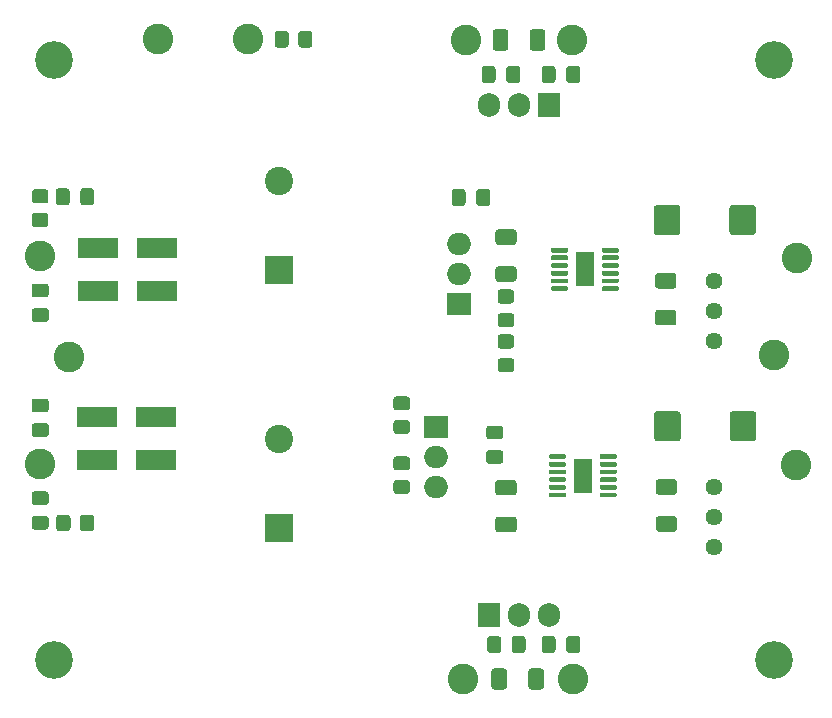
<source format=gbr>
G04 #@! TF.GenerationSoftware,KiCad,Pcbnew,(5.1.10-0-10_14)*
G04 #@! TF.CreationDate,2021-09-13T19:20:13+02:00*
G04 #@! TF.ProjectId,lv-lownoise-psu,6c762d6c-6f77-46e6-9f69-73652d707375,rev?*
G04 #@! TF.SameCoordinates,Original*
G04 #@! TF.FileFunction,Soldermask,Top*
G04 #@! TF.FilePolarity,Negative*
%FSLAX46Y46*%
G04 Gerber Fmt 4.6, Leading zero omitted, Abs format (unit mm)*
G04 Created by KiCad (PCBNEW (5.1.10-0-10_14)) date 2021-09-13 19:20:13*
%MOMM*%
%LPD*%
G01*
G04 APERTURE LIST*
%ADD10O,2.000000X1.905000*%
%ADD11R,2.000000X1.905000*%
%ADD12O,1.905000X2.000000*%
%ADD13R,1.905000X2.000000*%
%ADD14R,3.500000X1.800000*%
%ADD15R,1.650000X2.850000*%
%ADD16C,2.400000*%
%ADD17R,2.400000X2.400000*%
%ADD18C,2.600000*%
%ADD19C,1.440000*%
%ADD20C,3.200000*%
G04 APERTURE END LIST*
G36*
G01*
X114103999Y-68615000D02*
X115004001Y-68615000D01*
G75*
G02*
X115254000Y-68864999I0J-249999D01*
G01*
X115254000Y-69565001D01*
G75*
G02*
X115004001Y-69815000I-249999J0D01*
G01*
X114103999Y-69815000D01*
G75*
G02*
X113854000Y-69565001I0J249999D01*
G01*
X113854000Y-68864999D01*
G75*
G02*
X114103999Y-68615000I249999J0D01*
G01*
G37*
G36*
G01*
X114103999Y-66615000D02*
X115004001Y-66615000D01*
G75*
G02*
X115254000Y-66864999I0J-249999D01*
G01*
X115254000Y-67565001D01*
G75*
G02*
X115004001Y-67815000I-249999J0D01*
G01*
X114103999Y-67815000D01*
G75*
G02*
X113854000Y-67565001I0J249999D01*
G01*
X113854000Y-66864999D01*
G75*
G02*
X114103999Y-66615000I249999J0D01*
G01*
G37*
G36*
G01*
X114103999Y-63535000D02*
X115004001Y-63535000D01*
G75*
G02*
X115254000Y-63784999I0J-249999D01*
G01*
X115254000Y-64485001D01*
G75*
G02*
X115004001Y-64735000I-249999J0D01*
G01*
X114103999Y-64735000D01*
G75*
G02*
X113854000Y-64485001I0J249999D01*
G01*
X113854000Y-63784999D01*
G75*
G02*
X114103999Y-63535000I249999J0D01*
G01*
G37*
G36*
G01*
X114103999Y-61535000D02*
X115004001Y-61535000D01*
G75*
G02*
X115254000Y-61784999I0J-249999D01*
G01*
X115254000Y-62485001D01*
G75*
G02*
X115004001Y-62735000I-249999J0D01*
G01*
X114103999Y-62735000D01*
G75*
G02*
X113854000Y-62485001I0J249999D01*
G01*
X113854000Y-61784999D01*
G75*
G02*
X114103999Y-61535000I249999J0D01*
G01*
G37*
D10*
X117475000Y-69215000D03*
X117475000Y-66675000D03*
D11*
X117475000Y-64135000D03*
D10*
X119380000Y-48641000D03*
X119380000Y-51181000D03*
D11*
X119380000Y-53721000D03*
G36*
G01*
X122930499Y-58296000D02*
X123830501Y-58296000D01*
G75*
G02*
X124080500Y-58545999I0J-249999D01*
G01*
X124080500Y-59246001D01*
G75*
G02*
X123830501Y-59496000I-249999J0D01*
G01*
X122930499Y-59496000D01*
G75*
G02*
X122680500Y-59246001I0J249999D01*
G01*
X122680500Y-58545999D01*
G75*
G02*
X122930499Y-58296000I249999J0D01*
G01*
G37*
G36*
G01*
X122930499Y-56296000D02*
X123830501Y-56296000D01*
G75*
G02*
X124080500Y-56545999I0J-249999D01*
G01*
X124080500Y-57246001D01*
G75*
G02*
X123830501Y-57496000I-249999J0D01*
G01*
X122930499Y-57496000D01*
G75*
G02*
X122680500Y-57246001I0J249999D01*
G01*
X122680500Y-56545999D01*
G75*
G02*
X122930499Y-56296000I249999J0D01*
G01*
G37*
G36*
G01*
X122930499Y-54486000D02*
X123830501Y-54486000D01*
G75*
G02*
X124080500Y-54735999I0J-249999D01*
G01*
X124080500Y-55436001D01*
G75*
G02*
X123830501Y-55686000I-249999J0D01*
G01*
X122930499Y-55686000D01*
G75*
G02*
X122680500Y-55436001I0J249999D01*
G01*
X122680500Y-54735999D01*
G75*
G02*
X122930499Y-54486000I249999J0D01*
G01*
G37*
G36*
G01*
X122930499Y-52486000D02*
X123830501Y-52486000D01*
G75*
G02*
X124080500Y-52735999I0J-249999D01*
G01*
X124080500Y-53436001D01*
G75*
G02*
X123830501Y-53686000I-249999J0D01*
G01*
X122930499Y-53686000D01*
G75*
G02*
X122680500Y-53436001I0J249999D01*
G01*
X122680500Y-52735999D01*
G75*
G02*
X122930499Y-52486000I249999J0D01*
G01*
G37*
G36*
G01*
X123471500Y-84820998D02*
X123471500Y-86121002D01*
G75*
G02*
X123221502Y-86371000I-249998J0D01*
G01*
X122396498Y-86371000D01*
G75*
G02*
X122146500Y-86121002I0J249998D01*
G01*
X122146500Y-84820998D01*
G75*
G02*
X122396498Y-84571000I249998J0D01*
G01*
X123221502Y-84571000D01*
G75*
G02*
X123471500Y-84820998I0J-249998D01*
G01*
G37*
G36*
G01*
X126596500Y-84820998D02*
X126596500Y-86121002D01*
G75*
G02*
X126346502Y-86371000I-249998J0D01*
G01*
X125521498Y-86371000D01*
G75*
G02*
X125271500Y-86121002I0J249998D01*
G01*
X125271500Y-84820998D01*
G75*
G02*
X125521498Y-84571000I249998J0D01*
G01*
X126346502Y-84571000D01*
G75*
G02*
X126596500Y-84820998I0J-249998D01*
G01*
G37*
G36*
G01*
X125385000Y-32019002D02*
X125385000Y-30718998D01*
G75*
G02*
X125634998Y-30469000I249998J0D01*
G01*
X126460002Y-30469000D01*
G75*
G02*
X126710000Y-30718998I0J-249998D01*
G01*
X126710000Y-32019002D01*
G75*
G02*
X126460002Y-32269000I-249998J0D01*
G01*
X125634998Y-32269000D01*
G75*
G02*
X125385000Y-32019002I0J249998D01*
G01*
G37*
G36*
G01*
X122260000Y-32019002D02*
X122260000Y-30718998D01*
G75*
G02*
X122509998Y-30469000I249998J0D01*
G01*
X123335002Y-30469000D01*
G75*
G02*
X123585000Y-30718998I0J-249998D01*
G01*
X123585000Y-32019002D01*
G75*
G02*
X123335002Y-32269000I-249998J0D01*
G01*
X122509998Y-32269000D01*
G75*
G02*
X122260000Y-32019002I0J249998D01*
G01*
G37*
G36*
G01*
X123407500Y-34765000D02*
X123407500Y-33815000D01*
G75*
G02*
X123657500Y-33565000I250000J0D01*
G01*
X124332500Y-33565000D01*
G75*
G02*
X124582500Y-33815000I0J-250000D01*
G01*
X124582500Y-34765000D01*
G75*
G02*
X124332500Y-35015000I-250000J0D01*
G01*
X123657500Y-35015000D01*
G75*
G02*
X123407500Y-34765000I0J250000D01*
G01*
G37*
G36*
G01*
X121332500Y-34765000D02*
X121332500Y-33815000D01*
G75*
G02*
X121582500Y-33565000I250000J0D01*
G01*
X122257500Y-33565000D01*
G75*
G02*
X122507500Y-33815000I0J-250000D01*
G01*
X122507500Y-34765000D01*
G75*
G02*
X122257500Y-35015000I-250000J0D01*
G01*
X121582500Y-35015000D01*
G75*
G02*
X121332500Y-34765000I0J250000D01*
G01*
G37*
G36*
G01*
X83496999Y-46009000D02*
X84397001Y-46009000D01*
G75*
G02*
X84647000Y-46258999I0J-249999D01*
G01*
X84647000Y-46959001D01*
G75*
G02*
X84397001Y-47209000I-249999J0D01*
G01*
X83496999Y-47209000D01*
G75*
G02*
X83247000Y-46959001I0J249999D01*
G01*
X83247000Y-46258999D01*
G75*
G02*
X83496999Y-46009000I249999J0D01*
G01*
G37*
G36*
G01*
X83496999Y-44009000D02*
X84397001Y-44009000D01*
G75*
G02*
X84647000Y-44258999I0J-249999D01*
G01*
X84647000Y-44959001D01*
G75*
G02*
X84397001Y-45209000I-249999J0D01*
G01*
X83496999Y-45209000D01*
G75*
G02*
X83247000Y-44959001I0J249999D01*
G01*
X83247000Y-44258999D01*
G75*
G02*
X83496999Y-44009000I249999J0D01*
G01*
G37*
G36*
G01*
X87315500Y-72713001D02*
X87315500Y-71812999D01*
G75*
G02*
X87565499Y-71563000I249999J0D01*
G01*
X88265501Y-71563000D01*
G75*
G02*
X88515500Y-71812999I0J-249999D01*
G01*
X88515500Y-72713001D01*
G75*
G02*
X88265501Y-72963000I-249999J0D01*
G01*
X87565499Y-72963000D01*
G75*
G02*
X87315500Y-72713001I0J249999D01*
G01*
G37*
G36*
G01*
X85315500Y-72713001D02*
X85315500Y-71812999D01*
G75*
G02*
X85565499Y-71563000I249999J0D01*
G01*
X86265501Y-71563000D01*
G75*
G02*
X86515500Y-71812999I0J-249999D01*
G01*
X86515500Y-72713001D01*
G75*
G02*
X86265501Y-72963000I-249999J0D01*
G01*
X85565499Y-72963000D01*
G75*
G02*
X85315500Y-72713001I0J249999D01*
G01*
G37*
G36*
G01*
X137619502Y-69877500D02*
X136319498Y-69877500D01*
G75*
G02*
X136069500Y-69627502I0J249998D01*
G01*
X136069500Y-68802498D01*
G75*
G02*
X136319498Y-68552500I249998J0D01*
G01*
X137619502Y-68552500D01*
G75*
G02*
X137869500Y-68802498I0J-249998D01*
G01*
X137869500Y-69627502D01*
G75*
G02*
X137619502Y-69877500I-249998J0D01*
G01*
G37*
G36*
G01*
X137619502Y-73002500D02*
X136319498Y-73002500D01*
G75*
G02*
X136069500Y-72752502I0J249998D01*
G01*
X136069500Y-71927498D01*
G75*
G02*
X136319498Y-71677500I249998J0D01*
G01*
X137619502Y-71677500D01*
G75*
G02*
X137869500Y-71927498I0J-249998D01*
G01*
X137869500Y-72752502D01*
G75*
G02*
X137619502Y-73002500I-249998J0D01*
G01*
G37*
G36*
G01*
X136255998Y-54215000D02*
X137556002Y-54215000D01*
G75*
G02*
X137806000Y-54464998I0J-249998D01*
G01*
X137806000Y-55290002D01*
G75*
G02*
X137556002Y-55540000I-249998J0D01*
G01*
X136255998Y-55540000D01*
G75*
G02*
X136006000Y-55290002I0J249998D01*
G01*
X136006000Y-54464998D01*
G75*
G02*
X136255998Y-54215000I249998J0D01*
G01*
G37*
G36*
G01*
X136255998Y-51090000D02*
X137556002Y-51090000D01*
G75*
G02*
X137806000Y-51339998I0J-249998D01*
G01*
X137806000Y-52165002D01*
G75*
G02*
X137556002Y-52415000I-249998J0D01*
G01*
X136255998Y-52415000D01*
G75*
G02*
X136006000Y-52165002I0J249998D01*
G01*
X136006000Y-51339998D01*
G75*
G02*
X136255998Y-51090000I249998J0D01*
G01*
G37*
G36*
G01*
X124030502Y-69927500D02*
X122730498Y-69927500D01*
G75*
G02*
X122480500Y-69677502I0J249998D01*
G01*
X122480500Y-68852498D01*
G75*
G02*
X122730498Y-68602500I249998J0D01*
G01*
X124030502Y-68602500D01*
G75*
G02*
X124280500Y-68852498I0J-249998D01*
G01*
X124280500Y-69677502D01*
G75*
G02*
X124030502Y-69927500I-249998J0D01*
G01*
G37*
G36*
G01*
X124030502Y-73052500D02*
X122730498Y-73052500D01*
G75*
G02*
X122480500Y-72802502I0J249998D01*
G01*
X122480500Y-71977498D01*
G75*
G02*
X122730498Y-71727500I249998J0D01*
G01*
X124030502Y-71727500D01*
G75*
G02*
X124280500Y-71977498I0J-249998D01*
G01*
X124280500Y-72802502D01*
G75*
G02*
X124030502Y-73052500I-249998J0D01*
G01*
G37*
G36*
G01*
X124030502Y-48718500D02*
X122730498Y-48718500D01*
G75*
G02*
X122480500Y-48468502I0J249998D01*
G01*
X122480500Y-47643498D01*
G75*
G02*
X122730498Y-47393500I249998J0D01*
G01*
X124030502Y-47393500D01*
G75*
G02*
X124280500Y-47643498I0J-249998D01*
G01*
X124280500Y-48468502D01*
G75*
G02*
X124030502Y-48718500I-249998J0D01*
G01*
G37*
G36*
G01*
X124030502Y-51843500D02*
X122730498Y-51843500D01*
G75*
G02*
X122480500Y-51593502I0J249998D01*
G01*
X122480500Y-50768498D01*
G75*
G02*
X122730498Y-50518500I249998J0D01*
G01*
X124030502Y-50518500D01*
G75*
G02*
X124280500Y-50768498I0J-249998D01*
G01*
X124280500Y-51593502D01*
G75*
G02*
X124030502Y-51843500I-249998J0D01*
G01*
G37*
G36*
G01*
X121953000Y-66087500D02*
X122903000Y-66087500D01*
G75*
G02*
X123153000Y-66337500I0J-250000D01*
G01*
X123153000Y-67012500D01*
G75*
G02*
X122903000Y-67262500I-250000J0D01*
G01*
X121953000Y-67262500D01*
G75*
G02*
X121703000Y-67012500I0J250000D01*
G01*
X121703000Y-66337500D01*
G75*
G02*
X121953000Y-66087500I250000J0D01*
G01*
G37*
G36*
G01*
X121953000Y-64012500D02*
X122903000Y-64012500D01*
G75*
G02*
X123153000Y-64262500I0J-250000D01*
G01*
X123153000Y-64937500D01*
G75*
G02*
X122903000Y-65187500I-250000J0D01*
G01*
X121953000Y-65187500D01*
G75*
G02*
X121703000Y-64937500I0J250000D01*
G01*
X121703000Y-64262500D01*
G75*
G02*
X121953000Y-64012500I250000J0D01*
G01*
G37*
G36*
G01*
X120867500Y-45179000D02*
X120867500Y-44229000D01*
G75*
G02*
X121117500Y-43979000I250000J0D01*
G01*
X121792500Y-43979000D01*
G75*
G02*
X122042500Y-44229000I0J-250000D01*
G01*
X122042500Y-45179000D01*
G75*
G02*
X121792500Y-45429000I-250000J0D01*
G01*
X121117500Y-45429000D01*
G75*
G02*
X120867500Y-45179000I0J250000D01*
G01*
G37*
G36*
G01*
X118792500Y-45179000D02*
X118792500Y-44229000D01*
G75*
G02*
X119042500Y-43979000I250000J0D01*
G01*
X119717500Y-43979000D01*
G75*
G02*
X119967500Y-44229000I0J-250000D01*
G01*
X119967500Y-45179000D01*
G75*
G02*
X119717500Y-45429000I-250000J0D01*
G01*
X119042500Y-45429000D01*
G75*
G02*
X118792500Y-45179000I0J250000D01*
G01*
G37*
G36*
G01*
X86439500Y-44165500D02*
X86439500Y-45115500D01*
G75*
G02*
X86189500Y-45365500I-250000J0D01*
G01*
X85514500Y-45365500D01*
G75*
G02*
X85264500Y-45115500I0J250000D01*
G01*
X85264500Y-44165500D01*
G75*
G02*
X85514500Y-43915500I250000J0D01*
G01*
X86189500Y-43915500D01*
G75*
G02*
X86439500Y-44165500I0J-250000D01*
G01*
G37*
G36*
G01*
X88514500Y-44165500D02*
X88514500Y-45115500D01*
G75*
G02*
X88264500Y-45365500I-250000J0D01*
G01*
X87589500Y-45365500D01*
G75*
G02*
X87339500Y-45115500I0J250000D01*
G01*
X87339500Y-44165500D01*
G75*
G02*
X87589500Y-43915500I250000J0D01*
G01*
X88264500Y-43915500D01*
G75*
G02*
X88514500Y-44165500I0J-250000D01*
G01*
G37*
G36*
G01*
X83472000Y-71655000D02*
X84422000Y-71655000D01*
G75*
G02*
X84672000Y-71905000I0J-250000D01*
G01*
X84672000Y-72580000D01*
G75*
G02*
X84422000Y-72830000I-250000J0D01*
G01*
X83472000Y-72830000D01*
G75*
G02*
X83222000Y-72580000I0J250000D01*
G01*
X83222000Y-71905000D01*
G75*
G02*
X83472000Y-71655000I250000J0D01*
G01*
G37*
G36*
G01*
X83472000Y-69580000D02*
X84422000Y-69580000D01*
G75*
G02*
X84672000Y-69830000I0J-250000D01*
G01*
X84672000Y-70505000D01*
G75*
G02*
X84422000Y-70755000I-250000J0D01*
G01*
X83472000Y-70755000D01*
G75*
G02*
X83222000Y-70505000I0J250000D01*
G01*
X83222000Y-69830000D01*
G75*
G02*
X83472000Y-69580000I250000J0D01*
G01*
G37*
G36*
G01*
X84422000Y-53165500D02*
X83472000Y-53165500D01*
G75*
G02*
X83222000Y-52915500I0J250000D01*
G01*
X83222000Y-52240500D01*
G75*
G02*
X83472000Y-51990500I250000J0D01*
G01*
X84422000Y-51990500D01*
G75*
G02*
X84672000Y-52240500I0J-250000D01*
G01*
X84672000Y-52915500D01*
G75*
G02*
X84422000Y-53165500I-250000J0D01*
G01*
G37*
G36*
G01*
X84422000Y-55240500D02*
X83472000Y-55240500D01*
G75*
G02*
X83222000Y-54990500I0J250000D01*
G01*
X83222000Y-54315500D01*
G75*
G02*
X83472000Y-54065500I250000J0D01*
G01*
X84422000Y-54065500D01*
G75*
G02*
X84672000Y-54315500I0J-250000D01*
G01*
X84672000Y-54990500D01*
G75*
G02*
X84422000Y-55240500I-250000J0D01*
G01*
G37*
G36*
G01*
X84422000Y-62901500D02*
X83472000Y-62901500D01*
G75*
G02*
X83222000Y-62651500I0J250000D01*
G01*
X83222000Y-61976500D01*
G75*
G02*
X83472000Y-61726500I250000J0D01*
G01*
X84422000Y-61726500D01*
G75*
G02*
X84672000Y-61976500I0J-250000D01*
G01*
X84672000Y-62651500D01*
G75*
G02*
X84422000Y-62901500I-250000J0D01*
G01*
G37*
G36*
G01*
X84422000Y-64976500D02*
X83472000Y-64976500D01*
G75*
G02*
X83222000Y-64726500I0J250000D01*
G01*
X83222000Y-64051500D01*
G75*
G02*
X83472000Y-63801500I250000J0D01*
G01*
X84422000Y-63801500D01*
G75*
G02*
X84672000Y-64051500I0J-250000D01*
G01*
X84672000Y-64726500D01*
G75*
G02*
X84422000Y-64976500I-250000J0D01*
G01*
G37*
G36*
G01*
X138171500Y-63046499D02*
X138171500Y-65096501D01*
G75*
G02*
X137921501Y-65346500I-249999J0D01*
G01*
X136171499Y-65346500D01*
G75*
G02*
X135921500Y-65096501I0J249999D01*
G01*
X135921500Y-63046499D01*
G75*
G02*
X136171499Y-62796500I249999J0D01*
G01*
X137921501Y-62796500D01*
G75*
G02*
X138171500Y-63046499I0J-249999D01*
G01*
G37*
G36*
G01*
X144571500Y-63046499D02*
X144571500Y-65096501D01*
G75*
G02*
X144321501Y-65346500I-249999J0D01*
G01*
X142571499Y-65346500D01*
G75*
G02*
X142321500Y-65096501I0J249999D01*
G01*
X142321500Y-63046499D01*
G75*
G02*
X142571499Y-62796500I249999J0D01*
G01*
X144321501Y-62796500D01*
G75*
G02*
X144571500Y-63046499I0J-249999D01*
G01*
G37*
G36*
G01*
X142308000Y-47634001D02*
X142308000Y-45583999D01*
G75*
G02*
X142557999Y-45334000I249999J0D01*
G01*
X144308001Y-45334000D01*
G75*
G02*
X144558000Y-45583999I0J-249999D01*
G01*
X144558000Y-47634001D01*
G75*
G02*
X144308001Y-47884000I-249999J0D01*
G01*
X142557999Y-47884000D01*
G75*
G02*
X142308000Y-47634001I0J249999D01*
G01*
G37*
G36*
G01*
X135908000Y-47634001D02*
X135908000Y-45583999D01*
G75*
G02*
X136157999Y-45334000I249999J0D01*
G01*
X137908001Y-45334000D01*
G75*
G02*
X138158000Y-45583999I0J-249999D01*
G01*
X138158000Y-47634001D01*
G75*
G02*
X137908001Y-47884000I-249999J0D01*
G01*
X136157999Y-47884000D01*
G75*
G02*
X135908000Y-47634001I0J249999D01*
G01*
G37*
D12*
X127000000Y-80010000D03*
X124460000Y-80010000D03*
D13*
X121920000Y-80010000D03*
D12*
X121920000Y-36830000D03*
X124460000Y-36830000D03*
D13*
X127000000Y-36830000D03*
D14*
X88827600Y-52578000D03*
X93827600Y-52578000D03*
X88827600Y-48971200D03*
X93827600Y-48971200D03*
X93726000Y-63296800D03*
X88726000Y-63296800D03*
X93726000Y-66954400D03*
X88726000Y-66954400D03*
D15*
X129886600Y-68261900D03*
G36*
G01*
X131311600Y-66736900D02*
X131311600Y-66536900D01*
G75*
G02*
X131411600Y-66436900I100000J0D01*
G01*
X132661600Y-66436900D01*
G75*
G02*
X132761600Y-66536900I0J-100000D01*
G01*
X132761600Y-66736900D01*
G75*
G02*
X132661600Y-66836900I-100000J0D01*
G01*
X131411600Y-66836900D01*
G75*
G02*
X131311600Y-66736900I0J100000D01*
G01*
G37*
G36*
G01*
X131311600Y-67386900D02*
X131311600Y-67186900D01*
G75*
G02*
X131411600Y-67086900I100000J0D01*
G01*
X132661600Y-67086900D01*
G75*
G02*
X132761600Y-67186900I0J-100000D01*
G01*
X132761600Y-67386900D01*
G75*
G02*
X132661600Y-67486900I-100000J0D01*
G01*
X131411600Y-67486900D01*
G75*
G02*
X131311600Y-67386900I0J100000D01*
G01*
G37*
G36*
G01*
X131311600Y-68036900D02*
X131311600Y-67836900D01*
G75*
G02*
X131411600Y-67736900I100000J0D01*
G01*
X132661600Y-67736900D01*
G75*
G02*
X132761600Y-67836900I0J-100000D01*
G01*
X132761600Y-68036900D01*
G75*
G02*
X132661600Y-68136900I-100000J0D01*
G01*
X131411600Y-68136900D01*
G75*
G02*
X131311600Y-68036900I0J100000D01*
G01*
G37*
G36*
G01*
X131311600Y-68686900D02*
X131311600Y-68486900D01*
G75*
G02*
X131411600Y-68386900I100000J0D01*
G01*
X132661600Y-68386900D01*
G75*
G02*
X132761600Y-68486900I0J-100000D01*
G01*
X132761600Y-68686900D01*
G75*
G02*
X132661600Y-68786900I-100000J0D01*
G01*
X131411600Y-68786900D01*
G75*
G02*
X131311600Y-68686900I0J100000D01*
G01*
G37*
G36*
G01*
X131311600Y-69336900D02*
X131311600Y-69136900D01*
G75*
G02*
X131411600Y-69036900I100000J0D01*
G01*
X132661600Y-69036900D01*
G75*
G02*
X132761600Y-69136900I0J-100000D01*
G01*
X132761600Y-69336900D01*
G75*
G02*
X132661600Y-69436900I-100000J0D01*
G01*
X131411600Y-69436900D01*
G75*
G02*
X131311600Y-69336900I0J100000D01*
G01*
G37*
G36*
G01*
X131311600Y-69986900D02*
X131311600Y-69786900D01*
G75*
G02*
X131411600Y-69686900I100000J0D01*
G01*
X132661600Y-69686900D01*
G75*
G02*
X132761600Y-69786900I0J-100000D01*
G01*
X132761600Y-69986900D01*
G75*
G02*
X132661600Y-70086900I-100000J0D01*
G01*
X131411600Y-70086900D01*
G75*
G02*
X131311600Y-69986900I0J100000D01*
G01*
G37*
G36*
G01*
X127011600Y-69986900D02*
X127011600Y-69786900D01*
G75*
G02*
X127111600Y-69686900I100000J0D01*
G01*
X128361600Y-69686900D01*
G75*
G02*
X128461600Y-69786900I0J-100000D01*
G01*
X128461600Y-69986900D01*
G75*
G02*
X128361600Y-70086900I-100000J0D01*
G01*
X127111600Y-70086900D01*
G75*
G02*
X127011600Y-69986900I0J100000D01*
G01*
G37*
G36*
G01*
X127011600Y-69336900D02*
X127011600Y-69136900D01*
G75*
G02*
X127111600Y-69036900I100000J0D01*
G01*
X128361600Y-69036900D01*
G75*
G02*
X128461600Y-69136900I0J-100000D01*
G01*
X128461600Y-69336900D01*
G75*
G02*
X128361600Y-69436900I-100000J0D01*
G01*
X127111600Y-69436900D01*
G75*
G02*
X127011600Y-69336900I0J100000D01*
G01*
G37*
G36*
G01*
X127011600Y-68686900D02*
X127011600Y-68486900D01*
G75*
G02*
X127111600Y-68386900I100000J0D01*
G01*
X128361600Y-68386900D01*
G75*
G02*
X128461600Y-68486900I0J-100000D01*
G01*
X128461600Y-68686900D01*
G75*
G02*
X128361600Y-68786900I-100000J0D01*
G01*
X127111600Y-68786900D01*
G75*
G02*
X127011600Y-68686900I0J100000D01*
G01*
G37*
G36*
G01*
X127011600Y-68036900D02*
X127011600Y-67836900D01*
G75*
G02*
X127111600Y-67736900I100000J0D01*
G01*
X128361600Y-67736900D01*
G75*
G02*
X128461600Y-67836900I0J-100000D01*
G01*
X128461600Y-68036900D01*
G75*
G02*
X128361600Y-68136900I-100000J0D01*
G01*
X127111600Y-68136900D01*
G75*
G02*
X127011600Y-68036900I0J100000D01*
G01*
G37*
G36*
G01*
X127011600Y-67386900D02*
X127011600Y-67186900D01*
G75*
G02*
X127111600Y-67086900I100000J0D01*
G01*
X128361600Y-67086900D01*
G75*
G02*
X128461600Y-67186900I0J-100000D01*
G01*
X128461600Y-67386900D01*
G75*
G02*
X128361600Y-67486900I-100000J0D01*
G01*
X127111600Y-67486900D01*
G75*
G02*
X127011600Y-67386900I0J100000D01*
G01*
G37*
G36*
G01*
X127011600Y-66736900D02*
X127011600Y-66536900D01*
G75*
G02*
X127111600Y-66436900I100000J0D01*
G01*
X128361600Y-66436900D01*
G75*
G02*
X128461600Y-66536900I0J-100000D01*
G01*
X128461600Y-66736900D01*
G75*
G02*
X128361600Y-66836900I-100000J0D01*
G01*
X127111600Y-66836900D01*
G75*
G02*
X127011600Y-66736900I0J100000D01*
G01*
G37*
D16*
X104140000Y-65151000D03*
D17*
X104140000Y-72651000D03*
D16*
X104140000Y-43300000D03*
D17*
X104140000Y-50800000D03*
G36*
G01*
X105794000Y-31755501D02*
X105794000Y-30855499D01*
G75*
G02*
X106043999Y-30605500I249999J0D01*
G01*
X106744001Y-30605500D01*
G75*
G02*
X106994000Y-30855499I0J-249999D01*
G01*
X106994000Y-31755501D01*
G75*
G02*
X106744001Y-32005500I-249999J0D01*
G01*
X106043999Y-32005500D01*
G75*
G02*
X105794000Y-31755501I0J249999D01*
G01*
G37*
G36*
G01*
X103794000Y-31755501D02*
X103794000Y-30855499D01*
G75*
G02*
X104043999Y-30605500I249999J0D01*
G01*
X104744001Y-30605500D01*
G75*
G02*
X104994000Y-30855499I0J-249999D01*
G01*
X104994000Y-31755501D01*
G75*
G02*
X104744001Y-32005500I-249999J0D01*
G01*
X104043999Y-32005500D01*
G75*
G02*
X103794000Y-31755501I0J249999D01*
G01*
G37*
D18*
X119761000Y-85471000D03*
X129032000Y-85471000D03*
X128968500Y-31369000D03*
X120015000Y-31369000D03*
X93916500Y-31305500D03*
X101536500Y-31305500D03*
G36*
G01*
X127587500Y-82075000D02*
X127587500Y-83025000D01*
G75*
G02*
X127337500Y-83275000I-250000J0D01*
G01*
X126662500Y-83275000D01*
G75*
G02*
X126412500Y-83025000I0J250000D01*
G01*
X126412500Y-82075000D01*
G75*
G02*
X126662500Y-81825000I250000J0D01*
G01*
X127337500Y-81825000D01*
G75*
G02*
X127587500Y-82075000I0J-250000D01*
G01*
G37*
G36*
G01*
X129662500Y-82075000D02*
X129662500Y-83025000D01*
G75*
G02*
X129412500Y-83275000I-250000J0D01*
G01*
X128737500Y-83275000D01*
G75*
G02*
X128487500Y-83025000I0J250000D01*
G01*
X128487500Y-82075000D01*
G75*
G02*
X128737500Y-81825000I250000J0D01*
G01*
X129412500Y-81825000D01*
G75*
G02*
X129662500Y-82075000I0J-250000D01*
G01*
G37*
G36*
G01*
X123872500Y-83025000D02*
X123872500Y-82075000D01*
G75*
G02*
X124122500Y-81825000I250000J0D01*
G01*
X124797500Y-81825000D01*
G75*
G02*
X125047500Y-82075000I0J-250000D01*
G01*
X125047500Y-83025000D01*
G75*
G02*
X124797500Y-83275000I-250000J0D01*
G01*
X124122500Y-83275000D01*
G75*
G02*
X123872500Y-83025000I0J250000D01*
G01*
G37*
G36*
G01*
X121797500Y-83025000D02*
X121797500Y-82075000D01*
G75*
G02*
X122047500Y-81825000I250000J0D01*
G01*
X122722500Y-81825000D01*
G75*
G02*
X122972500Y-82075000I0J-250000D01*
G01*
X122972500Y-83025000D01*
G75*
G02*
X122722500Y-83275000I-250000J0D01*
G01*
X122047500Y-83275000D01*
G75*
G02*
X121797500Y-83025000I0J250000D01*
G01*
G37*
G36*
G01*
X128487500Y-34765000D02*
X128487500Y-33815000D01*
G75*
G02*
X128737500Y-33565000I250000J0D01*
G01*
X129412500Y-33565000D01*
G75*
G02*
X129662500Y-33815000I0J-250000D01*
G01*
X129662500Y-34765000D01*
G75*
G02*
X129412500Y-35015000I-250000J0D01*
G01*
X128737500Y-35015000D01*
G75*
G02*
X128487500Y-34765000I0J250000D01*
G01*
G37*
G36*
G01*
X126412500Y-34765000D02*
X126412500Y-33815000D01*
G75*
G02*
X126662500Y-33565000I250000J0D01*
G01*
X127337500Y-33565000D01*
G75*
G02*
X127587500Y-33815000I0J-250000D01*
G01*
X127587500Y-34765000D01*
G75*
G02*
X127337500Y-35015000I-250000J0D01*
G01*
X126662500Y-35015000D01*
G75*
G02*
X126412500Y-34765000I0J250000D01*
G01*
G37*
D19*
X140970000Y-74295000D03*
X140970000Y-71755000D03*
X140970000Y-69215000D03*
D15*
X130064400Y-50787900D03*
G36*
G01*
X131489400Y-49262900D02*
X131489400Y-49062900D01*
G75*
G02*
X131589400Y-48962900I100000J0D01*
G01*
X132839400Y-48962900D01*
G75*
G02*
X132939400Y-49062900I0J-100000D01*
G01*
X132939400Y-49262900D01*
G75*
G02*
X132839400Y-49362900I-100000J0D01*
G01*
X131589400Y-49362900D01*
G75*
G02*
X131489400Y-49262900I0J100000D01*
G01*
G37*
G36*
G01*
X131489400Y-49912900D02*
X131489400Y-49712900D01*
G75*
G02*
X131589400Y-49612900I100000J0D01*
G01*
X132839400Y-49612900D01*
G75*
G02*
X132939400Y-49712900I0J-100000D01*
G01*
X132939400Y-49912900D01*
G75*
G02*
X132839400Y-50012900I-100000J0D01*
G01*
X131589400Y-50012900D01*
G75*
G02*
X131489400Y-49912900I0J100000D01*
G01*
G37*
G36*
G01*
X131489400Y-50562900D02*
X131489400Y-50362900D01*
G75*
G02*
X131589400Y-50262900I100000J0D01*
G01*
X132839400Y-50262900D01*
G75*
G02*
X132939400Y-50362900I0J-100000D01*
G01*
X132939400Y-50562900D01*
G75*
G02*
X132839400Y-50662900I-100000J0D01*
G01*
X131589400Y-50662900D01*
G75*
G02*
X131489400Y-50562900I0J100000D01*
G01*
G37*
G36*
G01*
X131489400Y-51212900D02*
X131489400Y-51012900D01*
G75*
G02*
X131589400Y-50912900I100000J0D01*
G01*
X132839400Y-50912900D01*
G75*
G02*
X132939400Y-51012900I0J-100000D01*
G01*
X132939400Y-51212900D01*
G75*
G02*
X132839400Y-51312900I-100000J0D01*
G01*
X131589400Y-51312900D01*
G75*
G02*
X131489400Y-51212900I0J100000D01*
G01*
G37*
G36*
G01*
X131489400Y-51862900D02*
X131489400Y-51662900D01*
G75*
G02*
X131589400Y-51562900I100000J0D01*
G01*
X132839400Y-51562900D01*
G75*
G02*
X132939400Y-51662900I0J-100000D01*
G01*
X132939400Y-51862900D01*
G75*
G02*
X132839400Y-51962900I-100000J0D01*
G01*
X131589400Y-51962900D01*
G75*
G02*
X131489400Y-51862900I0J100000D01*
G01*
G37*
G36*
G01*
X131489400Y-52512900D02*
X131489400Y-52312900D01*
G75*
G02*
X131589400Y-52212900I100000J0D01*
G01*
X132839400Y-52212900D01*
G75*
G02*
X132939400Y-52312900I0J-100000D01*
G01*
X132939400Y-52512900D01*
G75*
G02*
X132839400Y-52612900I-100000J0D01*
G01*
X131589400Y-52612900D01*
G75*
G02*
X131489400Y-52512900I0J100000D01*
G01*
G37*
G36*
G01*
X127189400Y-52512900D02*
X127189400Y-52312900D01*
G75*
G02*
X127289400Y-52212900I100000J0D01*
G01*
X128539400Y-52212900D01*
G75*
G02*
X128639400Y-52312900I0J-100000D01*
G01*
X128639400Y-52512900D01*
G75*
G02*
X128539400Y-52612900I-100000J0D01*
G01*
X127289400Y-52612900D01*
G75*
G02*
X127189400Y-52512900I0J100000D01*
G01*
G37*
G36*
G01*
X127189400Y-51862900D02*
X127189400Y-51662900D01*
G75*
G02*
X127289400Y-51562900I100000J0D01*
G01*
X128539400Y-51562900D01*
G75*
G02*
X128639400Y-51662900I0J-100000D01*
G01*
X128639400Y-51862900D01*
G75*
G02*
X128539400Y-51962900I-100000J0D01*
G01*
X127289400Y-51962900D01*
G75*
G02*
X127189400Y-51862900I0J100000D01*
G01*
G37*
G36*
G01*
X127189400Y-51212900D02*
X127189400Y-51012900D01*
G75*
G02*
X127289400Y-50912900I100000J0D01*
G01*
X128539400Y-50912900D01*
G75*
G02*
X128639400Y-51012900I0J-100000D01*
G01*
X128639400Y-51212900D01*
G75*
G02*
X128539400Y-51312900I-100000J0D01*
G01*
X127289400Y-51312900D01*
G75*
G02*
X127189400Y-51212900I0J100000D01*
G01*
G37*
G36*
G01*
X127189400Y-50562900D02*
X127189400Y-50362900D01*
G75*
G02*
X127289400Y-50262900I100000J0D01*
G01*
X128539400Y-50262900D01*
G75*
G02*
X128639400Y-50362900I0J-100000D01*
G01*
X128639400Y-50562900D01*
G75*
G02*
X128539400Y-50662900I-100000J0D01*
G01*
X127289400Y-50662900D01*
G75*
G02*
X127189400Y-50562900I0J100000D01*
G01*
G37*
G36*
G01*
X127189400Y-49912900D02*
X127189400Y-49712900D01*
G75*
G02*
X127289400Y-49612900I100000J0D01*
G01*
X128539400Y-49612900D01*
G75*
G02*
X128639400Y-49712900I0J-100000D01*
G01*
X128639400Y-49912900D01*
G75*
G02*
X128539400Y-50012900I-100000J0D01*
G01*
X127289400Y-50012900D01*
G75*
G02*
X127189400Y-49912900I0J100000D01*
G01*
G37*
G36*
G01*
X127189400Y-49262900D02*
X127189400Y-49062900D01*
G75*
G02*
X127289400Y-48962900I100000J0D01*
G01*
X128539400Y-48962900D01*
G75*
G02*
X128639400Y-49062900I0J-100000D01*
G01*
X128639400Y-49262900D01*
G75*
G02*
X128539400Y-49362900I-100000J0D01*
G01*
X127289400Y-49362900D01*
G75*
G02*
X127189400Y-49262900I0J100000D01*
G01*
G37*
D19*
X140970000Y-56832500D03*
X140970000Y-54292500D03*
X140970000Y-51752500D03*
D18*
X147955000Y-67310000D03*
X146113500Y-58039000D03*
X148018500Y-49784000D03*
X83921600Y-49631600D03*
X86360000Y-58166000D03*
X83972400Y-67259200D03*
D20*
X146050000Y-33020000D03*
X146050000Y-83820000D03*
X85090000Y-83820000D03*
X85090000Y-33020000D03*
M02*

</source>
